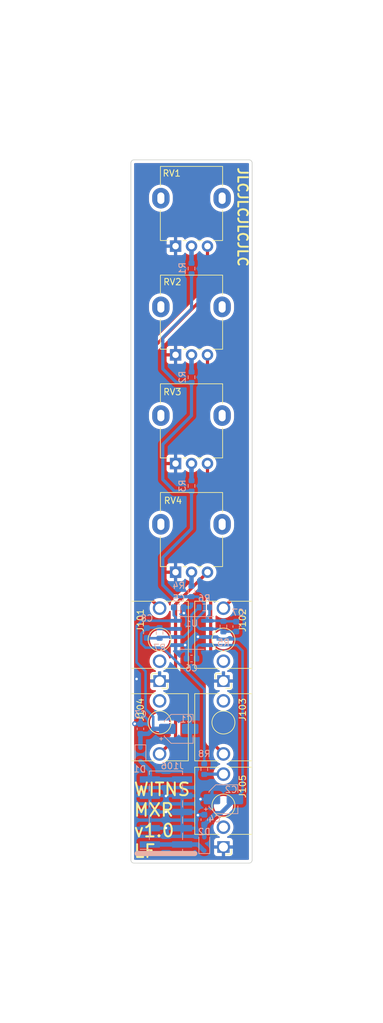
<source format=kicad_pcb>
(kicad_pcb (version 20211014) (generator pcbnew)
  (layers (0 "F.Cu" signal) (31 "B.Cu" signal) (34 "B.Paste" user) (35 "F.Paste" user) (36 "B.SilkS" user "B.Silkscreen") (37 "F.SilkS" user "F.Silkscreen") (38 "B.Mask" user) (39 "F.Mask" user) (44 "Edge.Cuts" user))
  (net 0 "")
  (net 6 "+12V")
  (net 7 "GND")
  (net 8 "-12V")
  (net 9 "Net-(U1-Pad2)")
  (net 10 "Net-(U1-Pad1)")
  (net 11 "Net-(U1-Pad6)")
  (net 12 "Net-(U1-Pad7)")
  (net 13 "Net-(J106-Pad10)")
  (net 14 "Net-(J106-Pad2)")
  (net 15 "Net-(J101-PadT)")
  (net 16 "Net-(J105-PadT)")
  (net 17 "Net-(RV1-Pad2)")
  (net 18 "Net-(RV2-Pad2)")
  (net 19 "Net-(RV3-Pad2)")
  (net 20 "Net-(RV4-Pad2)")
  (net 21 "Net-(J102-PadT)")
  (net 22 "Net-(J103-PadT)")
  (net 23 "Net-(J104-PadT)")
  (footprint "WITNS:Potentiometer_Alpha_RD901F-40-00D_Single_Vertical" (layer "F.Cu") (at 50 102 90)
    (fp_text reference "RV4" (at 3.7 -2.9 180) (layer "F.SilkS"))
    (fp_text value "100k")
    (fp_line (start -6.62 4.87) (end -6.62 3.38) (layer "F.SilkS") (width 0.12))
    (fp_line (start 4.97 4.87) (end 4.97 -4.87) (layer "F.SilkS") (width 0.12))
    (fp_line (start -6.62 -0.79) (end -6.62 -1.32) (layer "F.SilkS") (width 0.12))
    (fp_line (start -6.62 4.87) (end -1.9 4.87) (layer "F.SilkS") (width 0.12))
    (fp_line (start -6.62 1.66) (end -6.62 0.83) (layer "F.SilkS") (width 0.12))
    (fp_line (start -6.62 -3.69) (end -6.62 -4.87) (layer "F.SilkS") (width 0.12))
    (fp_line (start 1.91 4.87) (end 4.97 4.87) (layer "F.SilkS") (width 0.12))
    (fp_line (start -6.62 -4.88) (end -1.9 -4.88) (layer "F.SilkS") (width 0.12))
    (fp_line (start 1.91 -4.87) (end 4.97 -4.87) (layer "F.SilkS") (width 0.12))
    (pad "" thru_hole oval (at 0 -4.8 180) (size 2.72 3.24) (drill oval 1.1 1.8) (layers *.Cu *.Mask))
    (pad "" thru_hole oval (at 0 4.8 180) (size 2.72 3.24) (drill oval 1.1 1.8) (layers *.Cu *.Mask))
    (pad "1" thru_hole rect (at -7.5 -2.5 180) (size 1.8 1.8) (drill 1) (layers *.Cu *.Mask) (net 7 "GND"))
    (pad "2" thru_hole circle (at -7.5 0 180) (size 1.8 1.8) (drill 1) (layers *.Cu *.Mask) (net 20 "Net-(RV4-Pad2)"))
    (pad "3" thru_hole circle (at -7.5 2.5 180) (size 1.8 1.8) (drill 1) (layers *.Cu *.Mask) (net 23 "Net-(J104-PadT)"))
  )
  (footprint "WITNS:Potentiometer_Alpha_RD901F-40-00D_Single_Vertical" (layer "F.Cu") (at 50 51 90)
    (fp_text reference "RV1" (at 3.9 -3.1 180) (layer "F.SilkS"))
    (fp_text value "100k")
    (fp_line (start 1.91 4.87) (end 4.97 4.87) (layer "F.SilkS") (width 0.12))
    (fp_line (start -6.62 -0.79) (end -6.62 -1.32) (layer "F.SilkS") (width 0.12))
    (fp_line (start -6.62 -3.69) (end -6.62 -4.87) (layer "F.SilkS") (width 0.12))
    (fp_line (start 1.91 -4.87) (end 4.97 -4.87) (layer "F.SilkS") (width 0.12))
    (fp_line (start 4.97 4.87) (end 4.97 -4.87) (layer "F.SilkS") (width 0.12))
    (fp_line (start -6.62 4.87) (end -1.9 4.87) (layer "F.SilkS") (width 0.12))
    (fp_line (start -6.62 1.66) (end -6.62 0.83) (layer "F.SilkS") (width 0.12))
    (fp_line (start -6.62 -4.88) (end -1.9 -4.88) (layer "F.SilkS") (width 0.12))
    (fp_line (start -6.62 4.87) (end -6.62 3.38) (layer "F.SilkS") (width 0.12))
    (pad "" thru_hole oval (at 0 -4.8 180) (size 2.72 3.24) (drill oval 1.1 1.8) (layers *.Cu *.Mask))
    (pad "" thru_hole oval (at 0 4.8 180) (size 2.72 3.24) (drill oval 1.1 1.8) (layers *.Cu *.Mask))
    (pad "1" thru_hole rect (at -7.5 -2.5 180) (size 1.8 1.8) (drill 1) (layers *.Cu *.Mask) (net 7 "GND"))
    (pad "2" thru_hole circle (at -7.5 0 180) (size 1.8 1.8) (drill 1) (layers *.Cu *.Mask) (net 17 "Net-(RV1-Pad2)"))
    (pad "3" thru_hole circle (at -7.5 2.5 180) (size 1.8 1.8) (drill 1) (layers *.Cu *.Mask) (net 15 "Net-(J101-PadT)"))
  )
  (footprint "WITNS:Jack_3.5mm_QingPu_WQP-PJ398SM_Vertical_CircularHoles" (layer "F.Cu") (at 55 133)
    (fp_text reference "J103" (at 3 -2 90) (layer "F.SilkS"))
    (fp_text value "CH3")
    (fp_line (start 4.5 -4.5) (end 0.72 -4.5) (layer "F.SilkS") (width 0.12))
    (fp_line (start -0.72 -4.5) (end -4.5 -4.5) (layer "F.SilkS") (width 0.12))
    (fp_line (start -1.23 -7.65) (end -1.23 -6.85) (layer "F.SilkS") (width 0.12))
    (fp_line (start -1.23 -7.65) (end -0.37 -7.65) (layer "F.SilkS") (width 0.12))
    (fp_line (start 4.5 -4.5) (end 4.5 6) (layer "F.SilkS") (width 0.12))
    (fp_line (start -4.5 -4.5) (end -4.5 6) (layer "F.SilkS") (width 0.12))
    (fp_line (start -0.8 6) (end -4.5 6) (layer "F.SilkS") (width 0.12))
    (fp_line (start 4.5 6) (end 0.8 6) (layer "F.SilkS") (width 0.12))
    (fp_circle (center 0 0) (end 1.8 0) (layer "F.SilkS") (width 0.12) (fill none))
    (pad "S" thru_hole rect (at 0 -6.48 180) (size 1.93 1.83) (drill 1.42) (layers *.Cu *.Mask) (net 7 "GND"))
    (pad "T" thru_hole circle (at 0 4.92 180) (size 2.13 2.13) (drill 1.43) (layers *.Cu *.Mask) (net 22 "Net-(J103-PadT)"))
    (pad "TN" thru_hole circle (at 0 -3.38 180) (size 2.13 2.13) (drill 1.42) (layers *.Cu *.Mask))
    (zone (net 0) (net_name "") (layer "F.Cu") (connect_pads (clearance 0)) (min_thickness 0.254)
      (keepout (tracks not_allowed) (vias not_allowed) (pads not_allowed) (copperpour not_allowed) (footprints not_allowed))
      (fill (thermal_gap 0.508) (thermal_bridge_width 0.508))
      (polygon (pts (xy 56.505141 133) (xy 56.48493 132.754171) (xy 56.424841 132.514945) (xy 56.326486 132.288744) (xy 56.192508 132.081645) (xy 56.026504 131.89921) (xy 55.832932 131.746336) (xy 55.616992 131.627131) (xy 55.384482 131.544794) (xy 55.141646 131.501539) (xy 54.895007 131.498525) (xy 54.651187 131.535835) (xy 54.416734 131.612466) (xy 54.197946 131.72636) (xy 54.000697 131.874458) (xy 53.830286 132.052784) (xy 53.691288 132.256548) (xy 53.587436 132.480278) (xy 53.521519 132.717965) (xy 53.495308 132.963226) (xy 53.509507 133.209475) (xy 53.563734 133.450099) (xy 53.656532 133.678634) (xy 53.785411 133.888945) (xy 53.946908 134.075382) (xy 54.136687 134.232939) (xy 54.34965 134.357385) (xy 54.580079 134.445377) (xy 54.821785 134.494553) (xy 55.068278 134.503592) (xy 55.312936 134.47225) (xy 55.549191 134.40137) (xy 55.770697 134.292856) (xy 55.971505 134.149621) (xy 56.146223 133.975512) (xy 56.290158 133.775205) (xy 56.399445 133.554079) (xy 56.471149 133.318074) (xy 56.503344 133.073526)))
    )
  )
  (footprint "WITNS:Jack_3.5mm_QingPu_WQP-PJ398SM_Vertical_CircularHoles" (layer "F.Cu") (at 55 120.04 180)
    (fp_text reference "J102" (at -3 3 90) (layer "F.SilkS"))
    (fp_text value "CH2")
    (fp_line (start 4.5 -4.5) (end 4.5 6) (layer "F.SilkS") (width 0.12))
    (fp_line (start -0.72 -4.5) (end -4.5 -4.5) (layer "F.SilkS") (width 0.12))
    (fp_line (start -0.8 6) (end -4.5 6) (layer "F.SilkS") (width 0.12))
    (fp_line (start 4.5 -4.5) (end 0.72 -4.5) (layer "F.SilkS") (width 0.12))
    (fp_line (start -1.23 -7.65) (end -1.23 -6.85) (layer "F.SilkS") (width 0.12))
    (fp_line (start -1.23 -7.65) (end -0.37 -7.65) (layer "F.SilkS") (width 0.12))
    (fp_line (start 4.5 6) (end 0.8 6) (layer "F.SilkS") (width 0.12))
    (fp_line (start -4.5 -4.5) (end -4.5 6) (layer "F.SilkS") (width 0.12))
    (fp_circle (center 0 0) (end 1.8 0) (layer "F.SilkS") (width 0.12) (fill none))
    (pad "S" thru_hole rect (at 0 -6.48) (size 1.93 1.83) (drill 1.42) (layers *.Cu *.Mask) (net 7 "GND"))
    (pad "T" thru_hole circle (at 0 4.92) (size 2.13 2.13) (drill 1.43) (layers *.Cu *.Mask) (net 21 "Net-(J102-PadT)"))
    (pad "TN" thru_hole circle (at 0 -3.38) (size 2.13 2.13) (drill 1.42) (layers *.Cu *.Mask))
    (zone (net 0) (net_name "") (layer "F.Cu") (connect_pads (clearance 0)) (min_thickness 0.254)
      (keepout (tracks not_allowed) (vias not_allowed) (pads not_allowed) (copperpour not_allowed) (footprints not_allowed))
      (fill (thermal_gap 0.508) (thermal_bridge_width 0.508))
      (polygon (pts (xy 53.494859 120.04) (xy 53.51507 120.285829) (xy 53.575159 120.525055) (xy 53.673514 120.751256) (xy 53.807492 120.958355) (xy 53.973496 121.14079) (xy 54.167068 121.293664) (xy 54.383008 121.412869) (xy 54.615518 121.495206) (xy 54.858354 121.538461) (xy 55.104993 121.541475) (xy 55.348813 121.504165) (xy 55.583266 121.427534) (xy 55.802054 121.31364) (xy 55.999303 121.165542) (xy 56.169714 120.987216) (xy 56.308712 120.783452) (xy 56.412564 120.559722) (xy 56.478481 120.322035) (xy 56.504692 120.076774) (xy 56.490493 119.830525) (xy 56.436266 119.589901) (xy 56.343468 119.361366) (xy 56.214589 119.151055) (xy 56.053092 118.964618) (xy 55.863313 118.807061) (xy 55.65035 118.682615) (xy 55.419921 118.594623) (xy 55.178215 118.545447) (xy 54.931722 118.536408) (xy 54.687064 118.56775) (xy 54.450809 118.63863) (xy 54.229303 118.747144) (xy 54.028495 118.890379) (xy 53.853777 119.064488) (xy 53.709842 119.264795) (xy 53.600555 119.485921) (xy 53.528851 119.721926) (xy 53.496656 119.966474)))
    )
  )
  (footprint "WITNS:Potentiometer_Alpha_RD901F-40-00D_Single_Vertical" (layer "F.Cu") (at 50 68 90)
    (fp_text reference "RV2" (at 3.9 -3 180) (layer "F.SilkS"))
    (fp_text value "100k")
    (fp_line (start 4.97 4.87) (end 4.97 -4.87) (layer "F.SilkS") (width 0.12))
    (fp_line (start -6.62 -4.88) (end -1.9 -4.88) (layer "F.SilkS") (width 0.12))
    (fp_line (start 1.91 -4.87) (end 4.97 -4.87) (layer "F.SilkS") (width 0.12))
    (fp_line (start -6.62 1.66) (end -6.62 0.83) (layer "F.SilkS") (width 0.12))
    (fp_line (start -6.62 -3.69) (end -6.62 -4.87) (layer "F.SilkS") (width 0.12))
    (fp_line (start -6.62 -0.79) (end -6.62 -1.32) (layer "F.SilkS") (width 0.12))
    (fp_line (start -6.62 4.87) (end -6.62 3.38) (layer "F.SilkS") (width 0.12))
    (fp_line (start 1.91 4.87) (end 4.97 4.87) (layer "F.SilkS") (width 0.12))
    (fp_line (start -6.62 4.87) (end -1.9 4.87) (layer "F.SilkS") (width 0.12))
    (pad "" thru_hole oval (at 0 4.8 180) (size 2.72 3.24) (drill oval 1.1 1.8) (layers *.Cu *.Mask))
    (pad "" thru_hole oval (at 0 -4.8 180) (size 2.72 3.24) (drill oval 1.1 1.8) (layers *.Cu *.Mask))
    (pad "1" thru_hole rect (at -7.5 -2.5 180) (size 1.8 1.8) (drill 1) (layers *.Cu *.Mask) (net 7 "GND"))
    (pad "2" thru_hole circle (at -7.5 0 180) (size 1.8 1.8) (drill 1) (layers *.Cu *.Mask) (net 18 "Net-(RV2-Pad2)"))
    (pad "3" thru_hole circle (at -7.5 2.5 180) (size 1.8 1.8) (drill 1) (layers *.Cu *.Mask) (net 21 "Net-(J102-PadT)"))
  )
  (footprint "WITNS:PCB_4HP" (layer "F.Cu") (at 50 100)
    (fp_text reference "PCB1")
    (fp_text value "PCB")
    (fp_line (start -9 55) (end 9 55) (layer "Edge.Cuts") (width 0.1))
    (fp_line (start 9.5 -54.5) (end 9.5 54.5) (layer "Edge.Cuts") (width 0.12))
    (fp_line (start -9.5 54.5) (end -9.5 -54.5) (layer "Edge.Cuts") (width 0.12))
    (fp_line (start -9 -55) (end 9 -55) (layer "Edge.Cuts") (width 0.1))
    (fp_arc (start 9.5 54.5) (mid 9.353553 54.853553) (end 9 55) (layer "Edge.Cuts") (width 0.12))
    (fp_arc (start 9 -55) (mid 9.353553 -54.853553) (end 9.5 -54.5) (layer "Edge.Cuts") (width 0.12))
    (fp_arc (start -9 55) (mid -9.353553 54.853553) (end -9.5 54.5) (layer "Edge.Cuts") (width 0.12))
    (fp_arc (start -9.5 -54.5) (mid -9.353553 -54.853553) (end -9 -55) (layer "Edge.Cuts") (width 0.12))
  )
  (footprint "WITNS:Jack_3.5mm_QingPu_WQP-PJ398SM_Vertical_CircularHoles" (layer "F.Cu") (at 45 133)
    (fp_text reference "J104" (at -3 -2 90) (layer "F.SilkS"))
    (fp_text value "CH4")
    (fp_line (start -4.5 -4.5) (end -4.5 6) (layer "F.SilkS") (width 0.12))
    (fp_line (start 4.5 -4.5) (end 4.5 6) (layer "F.SilkS") (width 0.12))
    (fp_line (start 4.5 6) (end 0.8 6) (layer "F.SilkS") (width 0.12))
    (fp_line (start -1.23 -7.65) (end -0.37 -7.65) (layer "F.SilkS") (width 0.12))
    (fp_line (start -1.23 -7.65) (end -1.23 -6.85) (layer "F.SilkS") (width 0.12))
    (fp_line (start 4.5 -4.5) (end 0.72 -4.5) (layer "F.SilkS") (width 0.12))
    (fp_line (start -0.72 -4.5) (end -4.5 -4.5) (layer "F.SilkS") (width 0.12))
    (fp_line (start -0.8 6) (end -4.5 6) (layer "F.SilkS") (width 0.12))
    (fp_circle (center 0 0) (end 1.8 0) (layer "F.SilkS") (width 0.12) (fill none))
    (pad "S" thru_hole rect (at 0 -6.48 180) (size 1.93 1.83) (drill 1.42) (layers *.Cu *.Mask) (net 7 "GND"))
    (pad "T" thru_hole circle (at 0 4.92 180) (size 2.13 2.13) (drill 1.43) (layers *.Cu *.Mask) (net 23 "Net-(J104-PadT)"))
    (pad "TN" thru_hole circle (at 0 -3.38 180) (size 2.13 2.13) (drill 1.42) (layers *.Cu *.Mask))
    (zone (net 0) (net_name "") (layer "F.Cu") (connect_pads (clearance 0)) (min_thickness 0.254)
      (keepout (tracks not_allowed) (vias not_allowed) (pads not_allowed) (copperpour not_allowed) (footprints not_allowed))
      (fill (thermal_gap 0.508) (thermal_bridge_width 0.508))
      (polygon (pts (xy 46.505141 133) (xy 46.48493 132.754171) (xy 46.424841 132.514945) (xy 46.326486 132.288744) (xy 46.192508 132.081645) (xy 46.026504 131.89921) (xy 45.832932 131.746336) (xy 45.616992 131.627131) (xy 45.384482 131.544794) (xy 45.141646 131.501539) (xy 44.895007 131.498525) (xy 44.651187 131.535835) (xy 44.416734 131.612466) (xy 44.197946 131.72636) (xy 44.000697 131.874458) (xy 43.830286 132.052784) (xy 43.691288 132.256548) (xy 43.587436 132.480278) (xy 43.521519 132.717965) (xy 43.495308 132.963226) (xy 43.509507 133.209475) (xy 43.563734 133.450099) (xy 43.656532 133.678634) (xy 43.785411 133.888945) (xy 43.946908 134.075382) (xy 44.136687 134.232939) (xy 44.34965 134.357385) (xy 44.580079 134.445377) (xy 44.821785 134.494553) (xy 45.068278 134.503592) (xy 45.312936 134.47225) (xy 45.549191 134.40137) (xy 45.770697 134.292856) (xy 45.971505 134.149621) (xy 46.146223 133.975512) (xy 46.290158 133.775205) (xy 46.399445 133.554079) (xy 46.471149 133.318074) (xy 46.503344 133.073526)))
    )
  )
  (footprint "WITNS:Jack_3.5mm_QingPu_WQP-PJ398SM_Vertical_CircularHoles" (layer "F.Cu") (at 45 120.04 180)
    (fp_text reference "J101" (at 3 3 90) (layer "F.SilkS"))
    (fp_text value "CH1")
    (fp_line (start 4.5 -4.5) (end 4.5 6) (layer "F.SilkS") (width 0.12))
    (fp_line (start 4.5 6) (end 0.8 6) (layer "F.SilkS") (width 0.12))
    (fp_line (start -4.5 -4.5) (end -4.5 6) (layer "F.SilkS") (width 0.12))
    (fp_line (start 4.5 -4.5) (end 0.72 -4.5) (layer "F.SilkS") (width 0.12))
    (fp_line (start -1.23 -7.65) (end -1.23 -6.85) (layer "F.SilkS") (width 0.12))
    (fp_line (start -0.8 6) (end -4.5 6) (layer "F.SilkS") (width 0.12))
    (fp_line (start -0.72 -4.5) (end -4.5 -4.5) (layer "F.SilkS") (width 0.12))
    (fp_line (start -1.23 -7.65) (end -0.37 -7.65) (layer "F.SilkS") (width 0.12))
    (fp_circle (center 0 0) (end 1.8 0) (layer "F.SilkS") (width 0.12) (fill none))
    (pad "S" thru_hole rect (at 0 -6.48) (size 1.93 1.83) (drill 1.42) (layers *.Cu *.Mask) (net 7 "GND"))
    (pad "T" thru_hole circle (at 0 4.92) (size 2.13 2.13) (drill 1.43) (layers *.Cu *.Mask) (net 15 "Net-(J101-PadT)"))
    (pad "TN" thru_hole circle (at 0 -3.38) (size 2.13 2.13) (drill 1.42) (layers *.Cu *.Mask))
    (zone (net 0) (net_name "") (layer "F.Cu") (connect_pads (clearance 0)) (min_thickness 0.254)
      (keepout (tracks not_allowed) (vias not_allowed) (pads not_allowed) (copperpour not_allowed) (footprints not_allowed))
      (fill (thermal_gap 0.508) (thermal_bridge_width 0.508))
      (polygon (pts (xy 43.494859 120.04) (xy 43.51507 120.285829) (xy 43.575159 120.525055) (xy 43.673514 120.751256) (xy 43.807492 120.958355) (xy 43.973496 121.14079) (xy 44.167068 121.293664) (xy 44.383008 121.412869) (xy 44.615518 121.495206) (xy 44.858354 121.538461) (xy 45.104993 121.541475) (xy 45.348813 121.504165) (xy 45.583266 121.427534) (xy 45.802054 121.31364) (xy 45.999303 121.165542) (xy 46.169714 120.987216) (xy 46.308712 120.783452) (xy 46.412564 120.559722) (xy 46.478481 120.322035) (xy 46.504692 120.076774) (xy 46.490493 119.830525) (xy 46.436266 119.589901) (xy 46.343468 119.361366) (xy 46.214589 119.151055) (xy 46.053092 118.964618) (xy 45.863313 118.807061) (xy 45.65035 118.682615) (xy 45.419921 118.594623) (xy 45.178215 118.545447) (xy 44.931722 118.536408) (xy 44.687064 118.56775) (xy 44.450809 118.63863) (xy 44.229303 118.747144) (xy 44.028495 118.890379) (xy 43.853777 119.064488) (xy 43.709842 119.264795) (xy 43.600555 119.485921) (xy 43.528851 119.721926) (xy 43.496656 119.966474)))
    )
  )
  (footprint "WITNS:Jack_3.5mm_QingPu_WQP-PJ398SM_Vertical_CircularHoles" (layer "F.Cu") (at 55 146 180)
    (fp_text reference "J105" (at -3 3 90) (layer "F.SilkS"))
    (fp_text value "OUT")
    (fp_line (start -0.72 -4.5) (end -4.5 -4.5) (layer "F.SilkS") (width 0.12))
    (fp_line (start -0.8 6) (end -4.5 6) (layer "F.SilkS") (width 0.12))
    (fp_line (start 4.5 -4.5) (end 0.72 -4.5) (layer "F.SilkS") (width 0.12))
    (fp_line (start -4.5 -4.5) (end -4.5 6) (layer "F.SilkS") (width 0.12))
    (fp_line (start -1.23 -7.65) (end -1.23 -6.85) (layer "F.SilkS") (width 0.12))
    (fp_line (start 4.5 6) (end 0.8 6) (layer "F.SilkS") (width 0.12))
    (fp_line (start 4.5 -4.5) (end 4.5 6) (layer "F.SilkS") (width 0.12))
    (fp_line (start -1.23 -7.65) (end -0.37 -7.65) (layer "F.SilkS") (width 0.12))
    (fp_circle (center 0 0) (end 1.8 0) (layer "F.SilkS") (width 0.12) (fill none))
    (pad "S" thru_hole rect (at 0 -6.48) (size 1.93 1.83) (drill 1.42) (layers *.Cu *.Mask) (net 7 "GND"))
    (pad "T" thru_hole circle (at 0 4.92) (size 2.13 2.13) (drill 1.43) (layers *.Cu *.Mask) (net 16 "Net-(J105-PadT)"))
    (pad "TN" thru_hole circle (at 0 -3.38) (size 2.13 2.13) (drill 1.42) (layers *.Cu *.Mask))
    (zone (net 0) (net_name "") (layer "F.Cu") (connect_pads (clearance 0)) (min_thickness 0.254)
      (keepout (tracks not_allowed) (vias not_allowed) (pads not_allowed) (copperpour not_allowed) (footprints not_allowed))
      (fill (thermal_gap 0.508) (thermal_bridge_width 0.508))
      (polygon (pts (xy 53.494859 146) (xy 53.51507 146.245829) (xy 53.575159 146.485055) (xy 53.673514 146.711256) (xy 53.807492 146.918355) (xy 53.973496 147.10079) (xy 54.167068 147.253664) (xy 54.383008 147.372869) (xy 54.615518 147.455206) (xy 54.858354 147.498461) (xy 55.104993 147.501475) (xy 55.348813 147.464165) (xy 55.583266 147.387534) (xy 55.802054 147.27364) (xy 55.999303 147.125542) (xy 56.169714 146.947216) (xy 56.308712 146.743452) (xy 56.412564 146.519722) (xy 56.478481 146.282035) (xy 56.504692 146.036774) (xy 56.490493 145.790525) (xy 56.436266 145.549901) (xy 56.343468 145.321366) (xy 56.214589 145.111055) (xy 56.053092 144.924618) (xy 55.863313 144.767061) (xy 55.65035 144.642615) (xy 55.419921 144.554623) (xy 55.178215 144.505447) (xy 54.931722 144.496408) (xy 54.687064 144.52775) (xy 54.450809 144.59863) (xy 54.229303 144.707144) (xy 54.028495 144.850379) (xy 53.853777 145.024488) (xy 53.709842 145.224795) (xy 53.600555 145.445921) (xy 53.528851 145.681926) (xy 53.496656 145.926474)))
    )
  )
  (footprint "WITNS:Potentiometer_Alpha_RD901F-40-00D_Single_Vertical" (layer "F.Cu") (at 50 85 90)
    (fp_text reference "RV3" (at 3.7 -3 180) (layer "F.SilkS"))
    (fp_text value "100k")
    (fp_line (start -6.62 -4.88) (end -1.9 -4.88) (layer "F.SilkS") (width 0.12))
    (fp_line (start -6.62 4.87) (end -1.9 4.87) (layer "F.SilkS") (width 0.12))
    (fp_line (start 1.91 4.87) (end 4.97 4.87) (layer "F.SilkS") (width 0.12))
    (fp_line (start 1.91 -4.87) (end 4.97 -4.87) (layer "F.SilkS") (width 0.12))
    (fp_line (start -6.62 -3.69) (end -6.62 -4.87) (layer "F.SilkS") (width 0.12))
    (fp_line (start -6.62 -0.79) (end -6.62 -1.32) (layer "F.SilkS") (width 0.12))
    (fp_line (start -6.62 4.87) (end -6.62 3.38) (layer "F.SilkS") (width 0.12))
    (fp_line (start -6.62 1.66) (end -6.62 0.83) (layer "F.SilkS") (width 0.12))
    (fp_line (start 4.97 4.87) (end 4.97 -4.87) (layer "F.SilkS") (width 0.12))
    (pad "" thru_hole oval (at 0 -4.8 180) (size 2.72 3.24) (drill oval 1.1 1.8) (layers *.Cu *.Mask))
    (pad "" thru_hole oval (at 0 4.8 180) (size 2.72 3.24) (drill oval 1.1 1.8) (layers *.Cu *.Mask))
    (pad "1" thru_hole rect (at -7.5 -2.5 180) (size 1.8 1.8) (drill 1) (layers *.Cu *.Mask) (net 7 "GND"))
    (pad "2" thru_hole circle (at -7.5 0 180) (size 1.8 1.8) (drill 1) (layers *.Cu *.Mask) (net 19 "Net-(RV3-Pad2)"))
    (pad "3" thru_hole circle (at -7.5 2.5 180) (size 1.8 1.8) (drill 1) (layers *.Cu *.Mask) (net 22 "Net-(J103-PadT)"))
  )
  (footprint "Connector_PinHeader_2.54mm:PinHeader_2x05_P2.54mm_Vertical_SMD" (layer "B.Cu") (at 46 147)
    (fp_text reference "J106" (at 1 -7.2) (layer "B.SilkS") (effects (justify mirror)))
    (fp_text value "POWER")
    (fp_line (start 2.6 6.41) (end 2.6 5.84) (layer "B.SilkS") (width 0.12))
    (fp_line (start -2.6 4.32) (end -2.6 3.3) (layer "B.SilkS") (width 0.12))
    (fp_line (start 2.6 4.32) (end 2.6 3.3) (layer "B.SilkS") (width 0.12))
    (fp_line (start 2.6 1.78) (end 2.6 0.76) (layer "B.SilkS") (width 0.12))
    (fp_line (start -2.6 1.78) (end -2.6 0.76) (layer "B.SilkS") (width 0.12))
    (fp_line (start 2.6 -3.3) (end 2.6 -4.32) (layer "B.SilkS") (width 0.12))
    (fp_line (start -2.6 -0.76) (end -2.6 -1.78) (layer "B.SilkS") (width 0.12))
    (fp_line (start -4.04 5.84) (end -2.6 5.84) (layer "B.SilkS") (width 0.12))
    (fp_line (start -2.6 6.41) (end -2.6 5.84) (layer "B.SilkS") (width 0.12))
    (fp_line (start -2.6 -6.41) (end 2.6 -6.41) (layer "B.SilkS") (width 0.12))
    (fp_line (start 2.6 -0.76) (end 2.6 -1.78) (layer "B.SilkS") (width 0.12))
    (fp_line (start -2.6 6.41) (end 2.6 6.41) (layer "B.SilkS") (width 0.12))
    (fp_line (start 2.6 -5.84) (end 2.6 -6.41) (layer "B.SilkS") (width 0.12))
    (fp_line (start -2.6 -5.84) (end -2.6 -6.41) (layer "B.SilkS") (width 0.12))
    (fp_line (start -2.6 -3.3) (end -2.6 -4.32) (layer "B.SilkS") (width 0.12))
    (pad "1" smd rect (at -2.525 5.08) (size 3.15 1) (layers "B.Cu" "B.Paste" "B.Mask") (net 14 "Net-(J106-Pad2)"))
    (pad "2" smd rect (at 2.525 5.08) (size 3.15 1) (layers "B.Cu" "B.Paste" "B.Mask") (net 14 "Net-(J106-Pad2)"))
    (pad "3" smd rect (at -2.525 2.54) (size 3.15 1) (layers "B.Cu" "B.Paste" "B.Mask") (net 7 "GND"))
    (pad "4" smd rect (at 2.525 2.54) (size 3.15 1) (layers "B.Cu" "B.Paste" "B.Mask") (net 7 "GND"))
    (pad "5" smd rect (at -2.525 0) (size 3.15 1) (layers "B.Cu" "B.Paste" "B.Mask") (net 7 "GND"))
    (pad "6" smd rect (at 2.525 0) (size 3.15 1) (layers "B.Cu" "B.Paste" "B.Mask") (net 7 "GND"))
    (pad "7" smd rect (at -2.525 -2.54) (size 3.15 1) (layers "B.Cu" "B.Paste" "B.Mask") (net 7 "GND"))
    (pad "8" smd rect (at 2.525 -2.54) (size 3.15 1) (layers "B.Cu" "B.Paste" "B.Mask") (net 7 "GND"))
    (pad "9" smd rect (at -2.525 -5.08) (size 3.15 1) (layers "B.Cu" "B.Paste" "B.Mask") (net 13 "Net-(J106-Pad10)"))
    (pad "10" smd rect (at 2.525 -5.08) (size 3.15 1) (layers "B.Cu" "B.Paste" "B.Mask") (net 13 "Net-(J106-Pad10)"))
  )
  (footprint "Capacitor_SMD:CP_Elec_4x5.4" (layer "B.Cu") (at 55 145)
    (fp_text reference "C2" (at 1.2 -1.5) (layer "B.SilkS") (effects (justify mirror)))
    (fp_text value "10uF")
    (fp_line (start -2.26 -1.195563) (end -2.26 -1.06) (layer "B.SilkS") (width 0.12))
    (fp_line (start 2.26 2.26) (end 2.26 1.06) (layer "B.SilkS") (width 0.12))
    (fp_line (start -3 1.56) (end -2.5 1.56) (layer "B.SilkS") (width 0.12))
    (fp_line (start -1.195563 -2.26) (end 2.26 -2.26) (layer "B.SilkS") (width 0.12))
    (fp_line (start -2.26 1.195563) (end -2.26 1.06) (layer "B.SilkS") (width 0.12))
    (fp_line (start -1.195563 2.26) (end 2.26 2.26) (layer "B.SilkS") (width 0.12))
    (fp_line (start -2.26 1.195563) (end -1.195563 2.26) (layer "B.SilkS") (width 0.12))
    (fp_line (start -2.75 1.81) (end -2.75 1.31) (layer "B.SilkS") (width 0.12))
    (fp_line (start 2.26 -2.26) (end 2.26 -1.06) (layer "B.SilkS") (width 0.12))
    (fp_line (start -2.26 -1.195563) (end -1.195563 -2.26) (layer "B.SilkS") (width 0.12))
    (pad "1" smd roundrect (at -1.8 0) (size 2.6 1.6) (layers "B.Cu" "B.Paste" "B.Mask") (roundrect_rratio 0.15625) (net 7 "GND"))
    (pad "2" smd roundrect (at 1.8 0) (size 2.6 1.6) (layers "B.Cu" "B.Paste" "B.Mask") (roundrect_rratio 0.15625) (net 8 "-12V"))
  )
  (footprint "Capacitor_SMD:CP_Elec_4x5.4" (layer "B.Cu") (at 48 134)
    (fp_text reference "C1" (at 1.2 -1.5) (layer "B.SilkS") (effects (justify mirror)))
    (fp_text value "10uF")
    (fp_line (start -2.26 -1.195563) (end -1.195563 -2.26) (layer "B.SilkS") (width 0.12))
    (fp_line (start 2.26 2.26) (end 2.26 1.06) (layer "B.SilkS") (width 0.12))
    (fp_line (start -2.26 1.195563) (end -1.195563 2.26) (layer "B.SilkS") (width 0.12))
    (fp_line (start -2.75 1.81) (end -2.75 1.31) (layer "B.SilkS") (width 0.12))
    (fp_line (start -1.195563 -2.26) (end 2.26 -2.26) (layer "B.SilkS") (width 0.12))
    (fp_line (start -1.195563 2.26) (end 2.26 2.26) (layer "B.SilkS") (width 0.12))
    (fp_line (start -2.26 -1.195563) (end -2.26 -1.06) (layer "B.SilkS") (width 0.12))
    (fp_line (start 2.26 -2.26) (end 2.26 -1.06) (layer "B.SilkS") (width 0.12))
    (fp_line (start -2.26 1.195563) (end -2.26 1.06) (layer "B.SilkS") (width 0.12))
    (fp_line (start -3 1.56) (end -2.5 1.56) (layer "B.SilkS") (width 0.12))
    (pad "1" smd roundrect (at -1.8 0) (size 2.6 1.6) (layers "B.Cu" "B.Paste" "B.Mask") (roundrect_rratio 0.15625) (net 6 "+12V"))
    (pad "2" smd roundrect (at 1.8 0) (size 2.6 1.6) (layers "B.Cu" "B.Paste" "B.Mask") (roundrect_rratio 0.15625) (net 7 "GND"))
  )
  (footprint "Resistor_SMD:R_0603_1608Metric" (layer "B.Cu") (at 50 79 -90)
    (fp_text reference "R2" (at 0 1.43 90) (layer "B.SilkS") (effects (justify mirror)))
    (fp_text value "10k")
    (fp_line (start -0.237258 0.5225) (end 0.237258 0.5225) (layer "B.SilkS") (width 0.12))
    (fp_line (start -0.237258 -0.5225) (end 0.237258 -0.5225) (layer "B.SilkS") (width 0.12))
    (pad "1" smd roundrect (at -0.825 0 270) (size 0.8 0.95) (layers "B.Cu" "B.Paste" "B.Mask") (net 18 "Net-(RV2-Pad2)"))
    (pad "2" smd roundrect (at 0.825 0 270) (size 0.8 0.95) (layers "B.Cu" "B.Paste" "B.Mask") (net 9 "Net-(U1-Pad2)"))
  )
  (footprint "Resistor_SMD:R_0603_1608Metric" (layer "B.Cu") (at 50 62 -90)
    (fp_text reference "R1" (at 0 1.43 90) (layer "B.SilkS") (effects (justify mirror)))
    (fp_text value "10k")
    (fp_line (start -0.237258 0.5225) (end 0.237258 0.5225) (layer "B.SilkS") (width 0.12))
    (fp_line (start -0.237258 -0.5225) (end 0.237258 -0.5225) (layer "B.SilkS") (width 0.12))
    (pad "1" smd roundrect (at -0.825 0 270) (size 0.8 0.95) (layers "B.Cu" "B.Paste" "B.Mask") (net 17 "Net-(RV1-Pad2)"))
    (pad "2" smd roundrect (at 0.825 0 270) (size 0.8 0.95) (layers "B.Cu" "B.Paste" "B.Mask") (net 9 "Net-(U1-Pad2)"))
  )
  (footprint "Capacitor_SMD:C_0603_1608Metric" (layer "B.Cu") (at 50 123 180)
    (fp_text reference "C6" (at 0 -1.5) (layer "B.SilkS") (effects (justify mirror)))
    (fp_text value "100nF")
    (fp_line (start -0.14058 0.51) (end 0.14058 0.51) (layer "B.SilkS") (width 0.12))
    (fp_line (start -0.14058 -0.51) (end 0.14058 -0.51) (layer "B.SilkS") (width 0.12))
    (pad "1" smd roundrect (at -0.775 0 180) (size 0.9 0.95) (layers "B.Cu" "B.Paste" "B.Mask") (net 8 "-12V"))
    (pad "2" smd roundrect (at 0.775 0 180) (size 0.9 0.95) (layers "B.Cu" "B.Paste" "B.Mask") (net 7 "GND"))
  )
  (footprint "Resistor_SMD:R_0603_1608Metric" (layer "B.Cu") (at 52 115 180)
    (fp_text reference "R6" (at 0 1.43) (layer "B.SilkS") (effects (justify mirror)))
    (fp_text value "10k")
    (fp_line (start -0.237258 -0.5225) (end 0.237258 -0.5225) (layer "B.SilkS") (width 0.12))
    (fp_line (start -0.237258 0.5225) (end 0.237258 0.5225) (layer "B.SilkS") (width 0.12))
    (pad "1" smd roundrect (at -0.825 0 180) (size 0.8 0.95) (layers "B.Cu" "B.Paste" "B.Mask") (net 10 "Net-(U1-Pad1)"))
    (pad "2" smd roundrect (at 0.825 0 180) (size 0.8 0.95) (layers "B.Cu" "B.Paste" "B.Mask") (net 11 "Net-(U1-Pad6)"))
  )
  (footprint "Diode_SMD:D_SOD-323" (layer "B.Cu") (at 42 138 -90)
    (fp_text reference "D1" (at 2.3 0.1 180) (layer "B.SilkS") (effects (justify mirror)))
    (fp_text value "NSR1020MW2T1G")
    (fp_line (start -1.5 0.85) (end 1.05 0.85) (layer "B.SilkS") (width 0.12))
    (fp_line (start -1.5 0.85) (end -1.5 -0.85) (layer "B.SilkS") (width 0.12))
    (fp_line (start -1.5 -0.85) (end 1.05 -0.85) (layer "B.SilkS") (width 0.12))
    (pad "1" smd rect (at -1.05 0 270) (size 0.6 0.45) (layers "B.Cu" "B.Paste" "B.Mask") (net 6 "+12V"))
    (pad "2" smd rect (at 1.05 0 270) (size 0.6 0.45) (layers "B.Cu" "B.Paste" "B.Mask") (net 13 "Net-(J106-Pad10)"))
  )
  (footprint "Resistor_SMD:R_0603_1608Metric" (layer "B.Cu") (at 50 96 -90)
    (fp_text reference "R3" (at 0 1.43 90) (layer "B.SilkS") (effects (justify mirror)))
    (fp_text value "10k")
    (fp_line (start -0.237258 -0.5225) (end 0.237258 -0.5225) (layer "B.SilkS") (width 0.12))
    (fp_line (start -0.237258 0.5225) (end 0.237258 0.5225) (layer "B.SilkS") (width 0.12))
    (pad "1" smd roundrect (at -0.825 0 270) (size 0.8 0.95) (layers "B.Cu" "B.Paste" "B.Mask") (net 19 "Net-(RV3-Pad2)"))
    (pad "2" smd roundrect (at 0.825 0 270) (size 0.8 0.95) (layers "B.Cu" "B.Paste" "B.Mask") (net 9 "Net-(U1-Pad2)"))
  )
  (footprint "Capacitor_SMD:C_0603_1608Metric" (layer "B.Cu") (at 52 148.2 90)
    (fp_text reference "C4" (at 0.1 1.6 180) (layer "B.SilkS") (effects (justify mirror)))
    (fp_text value "100nF")
    (fp_line (start -0.14058 -0.51) (end 0.14058 -0.51) (layer "B.SilkS") (width 0.12))
    (fp_line (start -0.14058 0.51) (end 0.14058 0.51) (layer "B.SilkS") (width 0.12))
    (pad "1" smd roundrect (at -0.775 0 90) (size 0.9 0.95) (layers "B.Cu" "B.Paste" "B.Mask") (net 8 "-12V"))
    (pad "2" smd roundrect (at 0.775 0 90) (size 0.9 0.95) (layers "B.Cu" "B.Paste" "B.Mask") (net 7 "GND"))
  )
  (footprint "Resistor_SMD:R_0603_1608Metric" (layer "B.Cu") (at 45 119 90)
    (fp_text reference "R7" (at -2.3 0 180) (layer "B.SilkS") (effects (justify mirror)))
    (fp_text value "22k")
    (fp_line (start -0.237258 0.5225) (end 0.237258 0.5225) (layer "B.SilkS") (width 0.12))
    (fp_line (start -0.237258 -0.5225) (end 0.237258 -0.5225) (layer "B.SilkS") (width 0.12))
    (pad "1" smd roundrect (at -0.825 0 90) (size 0.8 0.95) (layers "B.Cu" "B.Paste" "B.Mask") (net 11 "Net-(U1-Pad6)"))
    (pad "2" smd roundrect (at 0.825 0 90) (size 0.8 0.95) (layers "B.Cu" "B.Paste" "B.Mask") (net 12 "Net-(U1-Pad7)"))
  )
  (footprint "Resistor_SMD:R_0603_1608Metric" (layer "B.Cu") (at 50 112.5 -90)
    (fp_text reference "R4" (at -0.9 2 180) (layer "B.SilkS") (effects (justify mirror)))
    (fp_text value "10k")
    (fp_line (start -0.237258 0.5225) (end 0.237258 0.5225) (layer "B.SilkS") (width 0.12))
    (fp_line (start -0.237258 -0.5225) (end 0.237258 -0.5225) (layer "B.SilkS") (width 0.12))
    (pad "1" smd roundrect (at -0.825 0 270) (size 0.8 0.95) (layers "B.Cu" "B.Paste" "B.Mask") (net 20 "Net-(RV4-Pad2)"))
    (pad "2" smd roundrect (at 0.825 0 270) (size 0.8 0.95) (layers "B.Cu" "B.Paste" "B.Mask") (net 9 "Net-(U1-Pad2)"))
  )
  (footprint "Diode_SMD:D_SOD-323" (layer "B.Cu") (at 52 152 90)
    (fp_text reference "D2" (at 1.9 0 180) (layer "B.SilkS") (effects (justify mirror)))
    (fp_text value "NSR1020MW2T1G")
    (fp_line (start -1.5 0.85) (end -1.5 -0.85) (layer "B.SilkS") (width 0.12))
    (fp_line (start -1.5 -0.85) (end 1.05 -0.85) (layer "B.SilkS") (width 0.12))
    (fp_line (start -1.5 0.85) (end 1.05 0.85) (layer "B.SilkS") (width 0.12))
    (pad "1" smd rect (at -1.05 0 90) (size 0.6 0.45) (layers "B.Cu" "B.Paste" "B.Mask") (net 14 "Net-(J106-Pad2)"))
    (pad "2" smd rect (at 1.05 0 90) (size 0.6 0.45) (layers "B.Cu" "B.Paste" "B.Mask") (net 8 "-12V"))
  )
  (footprint "Capacitor_SMD:C_0603_1608Metric" (layer "B.Cu") (at 57 118 90)
    (fp_text reference "C7" (at 2.2 0.3 180) (layer "B.SilkS") (effects (justify mirror)))
    (fp_text value "56pF")
    (fp_line (start -0.14058 -0.51) (end 0.14058 -0.51) (layer "B.SilkS") (width 0.12))
    (fp_line (start -0.14058 0.51) (end 0.14058 0.51) (layer "B.SilkS") (width 0.12))
    (pad "1" smd roundrect (at -0.775 0 90) (size 0.9 0.95) (layers "B.Cu" "B.Paste" "B.Mask") (net 9 "Net-(U1-Pad2)"))
    (pad "2" smd roundrect (at 0.775 0 90) (size 0.9 0.95) (layers "B.Cu" "B.Paste" "B.Mask") (net 10 "Net-(U1-Pad1)"))
  )
  (footprint "Capacitor_SMD:C_0603_1608Metric" (layer "B.Cu") (at 42 134 -90)
    (fp_text reference "C3" (at -2.3 0 180) (layer "B.SilkS") (effects (justify mirror)))
    (fp_text value "100nF")
    (fp_line (start -0.14058 0.51) (end 0.14058 0.51) (layer "B.SilkS") (width 0.12))
    (fp_line (start -0.14058 -0.51) (end 0.14058 -0.51) (layer "B.SilkS") (width 0.12))
    (pad "1" smd roundrect (at -0.775 0 270) (size 0.9 0.95) (layers "B.Cu" "B.Paste" "B.Mask") (net 7 "GND"))
    (pad "2" smd roundrect (at 0.775 0 270) (size 0.9 0.95) (layers "B.Cu" "B.Paste" "B.Mask") (net 6 "+12V"))
  )
  (footprint "Package_SO:SOIC-8_3.9x4.9mm_P1.27mm" (layer "B.Cu") (at 50 119 180)
    (fp_text reference "U1" (at 0 1.5) (layer "B.SilkS") (effects (justify mirror)))
    (fp_text value "TL072")
    (fp_line (start 0 -2.56) (end 1.95 -2.56) (layer "B.SilkS") (width 0.12))
    (fp_line (start 0 -2.56) (end -1.95 -2.56) (layer "B.SilkS") (width 0.12))
    (fp_line (start 0 2.56) (end -3.45 2.56) (layer "B.SilkS") (width 0.12))
    (fp_line (start 0 2.56) (end 1.95 2.56) (layer "B.SilkS") (width 0.12))
    (pad "1" smd roundrect (at -2.475 1.905 180) (size 1.95 0.6) (layers "B.Cu" "B.Paste" "B.Mask") (net 10 "Net-(U1-Pad1)"))
    (pad "2" smd roundrect (at -2.475 0.635 180) (size 1.95 0.6) (layers "B.Cu" "B.Paste" "B.Mask") (net 9 "Net-(U1-Pad2)"))
    (pad "3" smd roundrect (at -2.475 -0.635 180) (size 1.95 0.6) (layers "B.Cu" "B.Paste" "B.Mask") (net 7 "GND"))
    (pad "4" smd roundrect (at -2.475 -1.905 180) (size 1.95 0.6) (layers "B.Cu" "B.Paste" "B.Mask") (net 8 "-12V"))
    (pad "5" smd roundrect (at 2.475 -1.905 180) (size 1.95 0.6) (layers "B.Cu" "B.Paste" "B.Mask") (net 7 "GND"))
    (pad "6" smd roundrect (at 2.475 -0.635 180) (size 1.95 0.6) (layers "B.Cu" "B.Paste" "B.Mask") (net 11 "Net-(U1-Pad6)"))
    (pad "7" smd roundrect (at 2.475 0.635 180) (size 1.95 0.6) (layers "B.Cu" "B.Paste" "B.Mask") (net 12 "Net-(U1-Pad7)"))
    (pad "8" smd roundrect (at 2.475 1.905 180) (size 1.95 0.6) (layers "B.Cu" "B.Paste" "B.Mask") (net 6 "+12V"))
  )
  (footprint "Capacitor_SMD:C_0603_1608Metric" (layer "B.Cu") (at 43 119 90)
    (fp_text reference "C8" (at 2.3 0 180) (layer "B.SilkS") (effects (justify mirror)))
    (fp_text value "56pF")
    (fp_line (start -0.14058 -0.51) (end 0.14058 -0.51) (layer "B.SilkS") (width 0.12))
    (fp_line (start -0.14058 0.51) (end 0.14058 0.51) (layer "B.SilkS") (width 0.12))
    (pad "1" smd roundrect (at -0.775 0 90) (size 0.9 0.95) (layers "B.Cu" "B.Paste" "B.Mask") (net 11 "Net-(U1-Pad6)"))
    (pad "2" smd roundrect (at 0.775 0 90) (size 0.9 0.95) (layers "B.Cu" "B.Paste" "B.Mask") (net 12 "Net-(U1-Pad7)"))
  )
  (footprint "Capacitor_SMD:C_0603_1608Metric" (layer "B.Cu") (at 48 115 180)
    (fp_text reference "C5" (at 0 1.43) (layer "B.SilkS") (effects (justify mirror)))
    (fp_text value "100nF")
    (fp_line (start -0.14058 0.51) (end 0.14058 0.51) (layer "B.SilkS") (width 0.12))
    (fp_line (start -0.14058 -0.51) (end 0.14058 -0.51) (layer "B.SilkS") (width 0.12))
    (pad "1" smd roundrect (at -0.775 0 180) (size 0.9 0.95) (layers "B.Cu" "B.Paste" "B.Mask") (net 7 "GND"))
    (pad "2" smd roundrect (at 0.775 0 180) (size 0.9 0.95) (layers "B.Cu" "B.Paste" "B.Mask") (net 6 "+12V"))
  )
  (footprint "Resistor_SMD:R_0603_1608Metric" (layer "B.Cu") (at 52 140.3 -90)
    (fp_text reference "R8" (at -2.4 0 180) (layer "B.SilkS") (effects (justify mirror)))
    (fp_text value "1k")
    (fp_line (start -0.237258 -0.5225) (end 0.237258 -0.5225) (layer "B.SilkS") (width 0.12))
    (fp_line (start -0.237258 0.5225) (end 0.237258 0.5225) (layer "B.SilkS") (width 0.12))
    (pad "1" smd roundrect (at -0.825 0 270) (size 0.8 0.95) (layers "B.Cu" "B.Paste" "B.Mask") (net 12 "Net-(U1-Pad7)"))
    (pad "2" smd roundrect (at 0.825 0 270) (size 0.8 0.95) (layers "B.Cu" "B.Paste" "B.Mask") (net 16 "Net-(J105-PadT)"))
  )
  (footprint "Resistor_SMD:R_0603_1608Metric" (layer "B.Cu") (at 55 118 90)
    (fp_text reference "R5" (at -2.5 0 180) (layer "B.SilkS") (effects (justify mirror)))
    (fp_text value "10k")
    (fp_line (start -0.237258 0.5225) (end 0.237258 0.5225) (layer "B.SilkS") (width 0.12))
    (fp_line (start -0.237258 -0.5225) (end 0.237258 -0.5225) (layer "B.SilkS") (width 0.12))
    (pad "1" smd roundrect (at -0.825 0 90) (size 0.8 0.95) (layers "B.Cu" "B.Paste" "B.Mask") (net 9 "Net-(U1-Pad2)"))
    (pad "2" smd roundrect (at 0.825 0 90) (size 0.8 0.95) (layers "B.Cu" "B.Paste" "B.Mask") (net 10 "Net-(U1-Pad1)"))
  )
  (gr_line (start 41.5 153.5) (end 50.5 153.5) (layer "B.SilkS") (width 0.8))
  (gr_text "JLCJLCJLCJLC" (at 58 46.03 270) (layer "F.SilkS") (effects (font (size 1.5 1.5) (thickness 0.3)) (justify left)))
  (gr_text "WITNS\nMXR\nv1.0\nLF" (at 40.8 148.3) (layer "F.SilkS") (effects (font (size 2 2) (thickness 0.3)) (justify left)))
  (segment (start 42 134.775) (end 43.225 134.775) (width 0.7) (layer "B.Cu") (net 6))
  (segment (start 44 134) (end 46.2 134) (width 0.7) (layer "B.Cu") (net 6))
  (segment (start 42.8 130.9) (end 44 132.1) (width 0.4) (layer "B.Cu") (net 6))
  (segment (start 43.225 134.775) (end 44 134) (width 0.7) (layer "B.Cu") (net 6))
  (segment (start 42.8 125) (end 42.8 130.9) (width 0.4) (layer "B.Cu") (net 6))
  (segment (start 47.525 117.095) (end 47.525 116.525) (width 0.4) (layer "B.Cu") (net 6))
  (segment (start 47.225 115) (end 47.225 116.225) (width 0.4) (layer "B.Cu") (net 6))
  (segment (start 42.205 117.095) (end 41.4 117.9) (width 0.4) (layer "B.Cu") (net 6))
  (segment (start 47.225 116.225) (end 47.525 116.525) (width 0.4) (layer "B.Cu") (net 6))
  (segment (start 41.4 117.9) (end 41.4 123.6) (width 0.4) (layer "B.Cu") (net 6))
  (segment (start 41.4 123.6) (end 42.8 125) (width 0.4) (layer "B.Cu") (net 6))
  (segment (start 47.525 117.095) (end 42.205 117.095) (width 0.4) (layer "B.Cu") (net 6))
  (segment (start 44 132.1) (end 44 134) (width 0.4) (layer "B.Cu") (net 6))
  (segment (start 42 136.95) (end 42 134.775) (width 0.7) (layer "B.Cu") (net 6))
  (via (at 46 147) (size 0.8) (drill 0.4) (layers "F.Cu" "B.Cu") (net 7))
  (via (at 51 147.5) (size 0.8) (drill 0.4) (layers "F.Cu" "B.Cu") (net 7))
  (via (at 51.4 145) (size 0.8) (drill 0.4) (layers "F.Cu" "B.Cu") (net 7))
  (via (at 41.1 133.2) (size 0.8) (drill 0.4) (layers "F.Cu" "B.Cu") (net 7))
  (via (at 49 120.9) (size 0.8) (drill 0.4) (layers "F.Cu" "B.Cu") (net 7))
  (via (at 46 149.5) (size 0.8) (drill 0.4) (layers "F.Cu" "B.Cu") (net 7))
  (via (at 46 144.5) (size 0.8) (drill 0.4) (layers "F.Cu" "B.Cu") (net 7))
  (via (at 41.4 126.2) (size 0.8) (drill 0.4) (layers "F.Cu" "B.Cu") (net 7))
  (via (at 51 119.6) (size 0.8) (drill 0.4) (layers "F.Cu" "B.Cu") (net 7))
  (via (at 48.8 115.9) (size 0.8) (drill 0.4) (layers "F.Cu" "B.Cu") (net 7))
  (segment (start 48.8 115.9) (end 48.8 115.025) (width 0.7) (layer "B.Cu") (net 7))
  (segment (start 52.475 119.635) (end 51.035 119.635) (width 0.4) (layer "B.Cu") (net 7))
  (segment (start 47.525 120.905) (end 48.995 120.905) (width 0.4) (layer "B.Cu") (net 7))
  (segment (start 43.475 144.46) (end 48.525 144.46) (width 0.4) (layer "B.Cu") (net 7))
  (segment (start 51.035 119.635) (end 51 119.6) (width 0.4) (layer "B.Cu") (net 7))
  (segment (start 41.1 133.2) (end 41.975 133.2) (width 0.5) (layer "B.Cu") (net 7))
  (segment (start 52 147.425) (end 51.075 147.425) (width 0.4) (layer "B.Cu") (net 7))
  (segment (start 48.525 147) (end 43.475 147) (width 0.4) (layer "B.Cu") (net 7))
  (segment (start 48.995 120.905) (end 49 120.9) (width 0.4) (layer "B.Cu") (net 7))
  (segment (start 48.525 149.54) (end 43.475 149.54) (width 0.4) (layer "B.Cu") (net 7))
  (segment (start 53.2 145) (end 51.4 145) (width 0.4) (layer "B.Cu") (net 7))
  (segment (start 41.975 133.2) (end 42 133.225) (width 0.5) (layer "B.Cu") (net 7))
  (segment (start 48.8 115.025) (end 48.775 115) (width 0.7) (layer "B.Cu") (net 7))
  (segment (start 51.075 147.425) (end 51 147.5) (width 0.4) (layer "B.Cu") (net 7))
  (segment (start 50.775 121.225) (end 50.775 123) (width 0.4) (layer "B.Cu") (net 8))
  (segment (start 52.021016 148.975) (end 53.796016 147.2) (width 0.7) (layer "B.Cu") (net 8))
  (segment (start 53.796016 147.2) (end 54.6 147.2) (width 0.7) (layer "B.Cu") (net 8))
  (segment (start 58 121.81) (end 57.095 120.905) (width 0.4) (layer "B.Cu") (net 8))
  (segment (start 52.475 120.905) (end 51.095 120.905) (width 0.4) (layer "B.Cu") (net 8))
  (segment (start 57.095 120.905) (end 52.475 120.905) (width 0.4) (layer "B.Cu") (net 8))
  (segment (start 52 150.95) (end 52 148.975) (width 0.7) (layer "B.Cu") (net 8))
  (segment (start 54.6 147.2) (end 56.8 145) (width 0.7) (layer "B.Cu") (net 8))
  (segment (start 58 143.8) (end 58 121.81) (width 0.4) (layer "B.Cu") (net 8))
  (segment (start 56.8 145) (end 58 143.8) (width 0.4) (layer "B.Cu") (net 8))
  (segment (start 51.095 120.905) (end 50.775 121.225) (width 0.4) (layer "B.Cu") (net 8))
  (segment (start 52 148.975) (end 52.021016 148.975) (width 0.7) (layer "B.Cu") (net 8))
  (segment (start 45.5 95) (end 47.325 96.825) (width 0.5) (layer "B.Cu") (net 9))
  (segment (start 52.475 118.365) (end 54.54 118.365) (width 0.4) (layer "B.Cu") (net 9))
  (segment (start 54.54 118.365) (end 55 118.825) (width 0.4) (layer "B.Cu") (net 9))
  (segment (start 52 114.3) (end 51.025 113.325) (width 0.4) (layer "B.Cu") (net 9))
  (segment (start 51.265 118.365) (end 50.8 117.9) (width 0.4) (layer "B.Cu") (net 9))
  (segment (start 50 79.825) (end 50 85) (width 0.5) (layer "B.Cu") (net 9))
  (segment (start 45.5 111.5) (end 46.5 112.5) (width 0.5) (layer "B.Cu") (net 9))
  (segment (start 55.05 118.775) (end 55 118.825) (width 0.4) (layer "B.Cu") (net 9))
  (segment (start 57 118.775) (end 55.05 118.775) (width 0.4) (layer "B.Cu") (net 9))
  (segment (start 45.5 77.7) (end 47.625 79.825) (width 0.5) (layer "B.Cu") (net 9))
  (segment (start 50.8 117.9) (end 50.8 116.8) (width 0.4) (layer "B.Cu") (net 9))
  (segment (start 51.025 113.325) (end 50 113.325) (width 0.4) (layer "B.Cu") (net 9))
  (segment (start 50.8 116.8) (end 52 115.6) (width 0.4) (layer "B.Cu") (net 9))
  (segment (start 47.625 79.825) (end 50 79.825) (width 0.5) (layer "B.Cu") (net 9))
  (segment (start 47.325 96.825) (end 50 96.825) (width 0.5) (layer "B.Cu") (net 9))
  (segment (start 45.5 89.5) (end 45.5 95) (width 0.5) (layer "B.Cu") (net 9))
  (segment (start 50 68.3) (end 45.5 72.8) (width 0.5) (layer "B.Cu") (net 9))
  (segment (start 50 85) (end 45.5 89.5) (width 0.5) (layer "B.Cu") (net 9))
  (segment (start 50 96.825) (end 50 102.7) (width 0.5) (layer "B.Cu") (net 9))
  (segment (start 45.5 107.2) (end 45.5 111.5) (width 0.5) (layer "B.Cu") (net 9))
  (segment (start 47.325 113.325) (end 50 113.325) (width 0.5) (layer "B.Cu") (net 9))
  (segment (start 52.475 118.365) (end 51.265 118.365) (width 0.4) (layer "B.Cu") (net 9))
  (segment (start 46.5 112.5) (end 47.325 113.325) (width 0.5) (layer "B.Cu") (net 9))
  (segment (start 45.5 72.8) (end 45.5 77.7) (width 0.5) (layer "B.Cu") (net 9))
  (segment (start 52 115.6) (end 52 114.3) (width 0.4) (layer "B.Cu") (net 9))
  (segment (start 50 62.825) (end 50 68.3) (width 0.5) (layer "B.Cu") (net 9))
  (segment (start 50 102.7) (end 45.5 107.2) (width 0.5) (layer "B.Cu") (net 9))
  (segment (start 52.475 117.095) (end 52.475 116.525) (width 0.4) (layer "B.Cu") (net 10))
  (segment (start 54.92 117.095) (end 55 117.175) (width 0.4) (layer "B.Cu") (net 10))
  (segment (start 55 117.175) (end 56.95 117.175) (width 0.4) (layer "B.Cu") (net 10))
  (segment (start 56.95 117.175) (end 57 117.225) (width 0.4) (layer "B.Cu") (net 10))
  (segment (start 52.475 116.525) (end 52.825 116.175) (width 0.4) (layer "B.Cu") (net 10))
  (segment (start 52.475 117.095) (end 54.92 117.095) (width 0.4) (layer "B.Cu") (net 10))
  (segment (start 52.825 115) (end 52.825 116.175) (width 0.4) (layer "B.Cu") (net 10))
  (segment (start 47.525 119.635) (end 45.19 119.635) (width 0.4) (layer "B.Cu") (net 11))
  (segment (start 43.05 119.825) (end 43 119.775) (width 0.4) (layer "B.Cu") (net 11))
  (segment (start 51.175 115) (end 50 116.175) (width 0.4) (layer "B.Cu") (net 11))
  (segment (start 48.765 119.635) (end 47.525 119.635) (width 0.4) (layer "B.Cu") (net 11))
  (segment (start 50 116.175) (end 50 118.4) (width 0.4) (layer "B.Cu") (net 11))
  (segment (start 45 119.825) (end 43.05 119.825) (width 0.4) (layer "B.Cu") (net 11))
  (segment (start 50 118.4) (end 48.765 119.635) (width 0.4) (layer "B.Cu") (net 11))
  (segment (start 45.19 119.635) (end 45 119.825) (width 0.4) (layer "B.Cu") (net 11))
  (segment (start 45.19 118.365) (end 45 118.175) (width 0.4) (layer "B.Cu") (net 12))
  (segment (start 45.5 121.3) (end 42.8 121.3) (width 0.4) (layer "B.Cu") (net 12))
  (segment (start 42.125 119.1) (end 43 118.225) (width 0.4) (layer "B.Cu") (net 12))
  (segment (start 43.05 118.175) (end 43 118.225) (width 0.4) (layer "B.Cu") (net 12))
  (segment (start 42.125 120.625) (end 42.125 119.1) (width 0.4) (layer "B.Cu") (net 12))
  (segment (start 52 127.8) (end 45.5 121.3) (width 0.4) (layer "B.Cu") (net 12))
  (segment (start 52 139.475) (end 52 127.8) (width 0.4) (layer "B.Cu") (net 12))
  (segment (start 45 118.175) (end 43.05 118.175) (width 0.4) (layer "B.Cu") (net 12))
  (segment (start 47.525 118.365) (end 45.19 118.365) (width 0.4) (layer "B.Cu") (net 12))
  (segment (start 42.8 121.3) (end 42.125 120.625) (width 0.4) (layer "B.Cu") (net 12))
  (segment (start 43.475 140.525) (end 42 139.05) (width 0.7) (layer "B.Cu") (net 13))
  (segment (start 43.475 141.92) (end 43.475 140.525) (width 0.7) (layer "B.Cu") (net 13))
  (segment (start 43.475 141.92) (end 48.525 141.92) (width 0.7) (layer "B.Cu") (net 13))
  (segment (start 50.98 152.08) (end 51.95 153.05) (width 0.7) (layer "B.Cu") (net 14))
  (segment (start 43.475 152.08) (end 48.525 152.08) (width 0.7) (layer "B.Cu") (net 14))
  (segment (start 48.525 152.08) (end 50.98 152.08) (width 0.7) (layer "B.Cu") (net 14))
  (segment (start 52 153.05) (end 51.95 153.05) (width 0.7) (layer "B.Cu") (net 14))
  (segment (start 52.5 58.5) (end 52.5 65.9) (width 0.5) (layer "F.Cu") (net 15))
  (segment (start 42.5 75.9) (end 42.5 112.58) (width 0.5) (layer "F.Cu") (net 15))
  (segment (start 52.5 65.9) (end 42.5 75.9) (width 0.5) (layer "F.Cu") (net 15))
  (segment (start 42.5 112.58) (end 45 115.08) (width 0.5) (layer "F.Cu") (net 15))
  (segment (start 52.045 141.08) (end 52 141.125) (width 0.5) (layer "B.Cu") (net 16))
  (segment (start 55 141.08) (end 52.045 141.08) (width 0.5) (layer "B.Cu") (net 16))
  (segment (start 50 58.5) (end 50 61.175) (width 0.7) (layer "B.Cu") (net 17))
  (segment (start 50 75.5) (end 50 78.175) (width 0.7) (layer "B.Cu") (net 18))
  (segment (start 50 92.5) (end 50 95.175) (width 0.7) (layer "B.Cu") (net 19))
  (segment (start 50 111.675) (end 50 109.5) (width 0.7) (layer "B.Cu") (net 20))
  (segment (start 52.5 75.5) (end 52.5 87.9) (width 0.5) (layer "F.Cu") (net 21))
  (segment (start 57.3 92.7) (end 57.3 112.78) (width 0.5) (layer "F.Cu") (net 21))
  (segment (start 52.5 87.9) (end 57.3 92.7) (width 0.5) (layer "F.Cu") (net 21))
  (segment (start 57.3 112.78) (end 55 115.08) (width 0.5) (layer "F.Cu") (net 21))
  (segment (start 53 113.1) (end 54.5 111.6) (width 0.5) (layer "F.Cu") (net 22))
  (segment (start 54.5 111.6) (end 54.5 107) (width 0.5) (layer "F.Cu") (net 22))
  (segment (start 55 137.92) (end 53 135.92) (width 0.5) (layer "F.Cu") (net 22))
  (segment (start 54.5 107) (end 52.5 105) (width 0.5) (layer "F.Cu") (net 22))
  (segment (start 52.5 105) (end 52.5 92.5) (width 0.5) (layer "F.Cu") (net 22))
  (segment (start 53 135.92) (end 53 113.1) (width 0.5) (layer "F.Cu") (net 22))
  (segment (start 52.5 109.5) (end 47.5 114.5) (width 0.5) (layer "F.Cu") (net 23))
  (segment (start 47.5 135.42) (end 45 137.92) (width 0.5) (layer "F.Cu") (net 23))
  (segment (start 47.5 114.5) (end 47.5 135.42) (width 0.5) (layer "F.Cu") (net 23))
  (zone (net 7) (net_name "GND") (layer "F.Cu") (connect_pads (clearance 0.508)) (min_thickness 0.254) (fill yes (thermal_gap 0.508) (thermal_bridge_width 0.508))
    (polygon (pts (xy 70 170) (xy 30 170) (xy 30 30) (xy 70 30)))
  )
  (zone (net 7) (net_name "GND") (layer "B.Cu") (connect_pads (clearance 0.508)) (min_thickness 0.254) (fill yes (thermal_gap 0.508) (thermal_bridge_width 0.508))
    (polygon (pts (xy 80 180) (xy 20 180) (xy 20 20) (xy 80 20)))
  )
)
</source>
